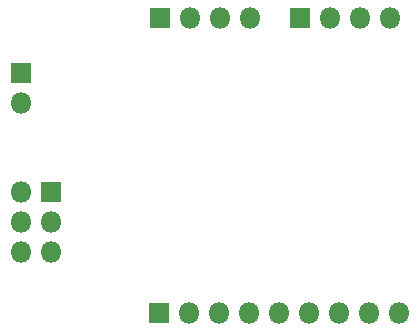
<source format=gbs>
%TF.GenerationSoftware,KiCad,Pcbnew,(5.1.6)-1*%
%TF.CreationDate,2020-07-20T22:25:38-05:00*%
%TF.ProjectId,Project 3 - BACEE_2_layer,50726f6a-6563-4742-9033-202d20424143,1*%
%TF.SameCoordinates,Original*%
%TF.FileFunction,Soldermask,Bot*%
%TF.FilePolarity,Negative*%
%FSLAX46Y46*%
G04 Gerber Fmt 4.6, Leading zero omitted, Abs format (unit mm)*
G04 Created by KiCad (PCBNEW (5.1.6)-1) date 2020-07-20 22:25:38*
%MOMM*%
%LPD*%
G01*
G04 APERTURE LIST*
%ADD10R,1.800000X1.800000*%
%ADD11O,1.800000X1.800000*%
G04 APERTURE END LIST*
D10*
%TO.C,BT1*%
X54610000Y-95758000D03*
D11*
X54610000Y-98298000D03*
%TD*%
D10*
%TO.C,J1*%
X66294000Y-116078000D03*
D11*
X68834000Y-116078000D03*
X71374000Y-116078000D03*
X73914000Y-116078000D03*
X76454000Y-116078000D03*
X78994000Y-116078000D03*
X81534000Y-116078000D03*
X84074000Y-116078000D03*
X86614000Y-116078000D03*
%TD*%
%TO.C,Serial*%
X74041000Y-91059000D03*
X71501000Y-91059000D03*
X68961000Y-91059000D03*
D10*
X66421000Y-91059000D03*
%TD*%
%TO.C,J3*%
X57150000Y-105791000D03*
D11*
X54610000Y-105791000D03*
X57150000Y-108331000D03*
X54610000Y-108331000D03*
X57150000Y-110871000D03*
X54610000Y-110871000D03*
%TD*%
D10*
%TO.C,J4*%
X78232000Y-91059000D03*
D11*
X80772000Y-91059000D03*
X83312000Y-91059000D03*
X85852000Y-91059000D03*
%TD*%
M02*

</source>
